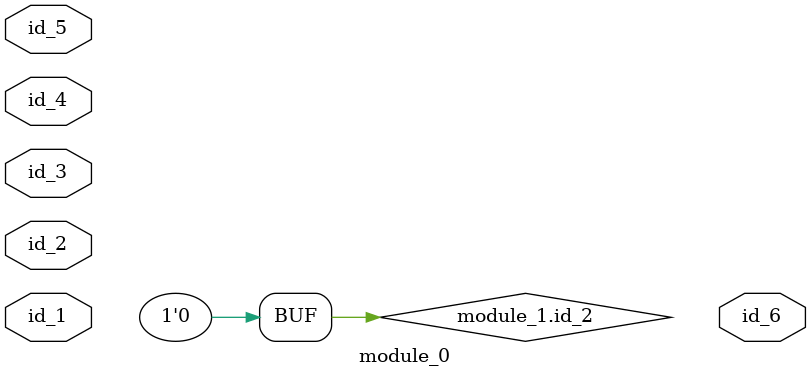
<source format=v>
module module_0 #(
    parameter id_26 = 32'd4,
    parameter id_9  = 32'd93
) (
    id_1,
    id_2,
    id_3,
    id_4,
    id_5,
    id_6
);
  output wire id_6;
  assign module_1.id_2 = 0;
  input wire id_5;
  input wire id_4;
  inout wire id_3;
  inout wire id_2;
  input wire id_1;
  wire id_7, id_8, _id_9, id_10, id_11, id_12, id_13, id_14, id_15, id_16, id_17, id_18, id_19;
  wire id_20, id_21, id_22, id_23, id_24, id_25, _id_26, id_27, id_28, id_29, id_30, id_31;
  wire [id_9 : id_26] id_32;
endmodule
module module_1 (
    output tri  id_0,
    input  wand id_1
    , id_5,
    input  wand id_2,
    output wand id_3
);
  module_0 modCall_1 (
      id_5,
      id_5,
      id_5,
      id_5,
      id_5,
      id_5
  );
endmodule

</source>
